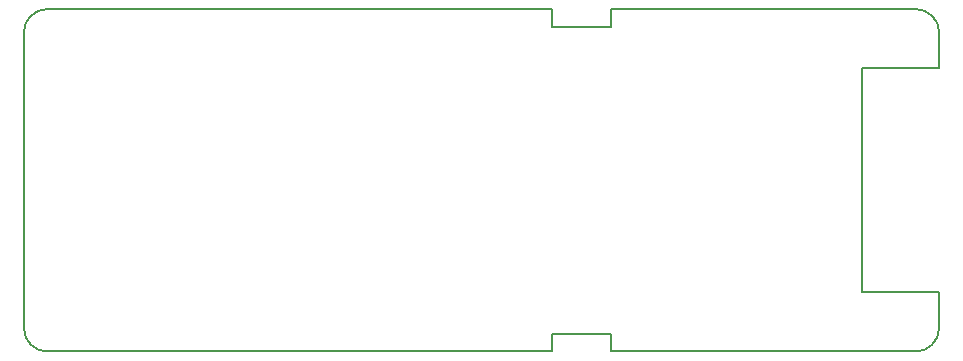
<source format=gm1>
G04 #@! TF.FileFunction,Profile,NP*
%FSLAX46Y46*%
G04 Gerber Fmt 4.6, Leading zero omitted, Abs format (unit mm)*
G04 Created by KiCad (PCBNEW 4.0.5+dfsg1-4) date Sat Sep 16 14:32:47 2017*
%MOMM*%
%LPD*%
G01*
G04 APERTURE LIST*
%ADD10C,0.100000*%
%ADD11C,0.150000*%
G04 APERTURE END LIST*
D10*
D11*
X162500000Y-77000000D02*
X169000000Y-77000000D01*
X162500000Y-96000000D02*
X162500000Y-77000000D01*
X169000000Y-96000000D02*
X162500000Y-96000000D01*
X169000000Y-99000000D02*
X169000000Y-96000000D01*
X91500000Y-99000000D02*
G75*
G03X93500000Y-101000000I2000000J0D01*
G01*
X93500000Y-72000000D02*
G75*
G03X91500000Y-74000000I0J-2000000D01*
G01*
X169000000Y-74000000D02*
G75*
G03X167000000Y-72000000I-2000000J0D01*
G01*
X167000000Y-101000000D02*
G75*
G03X169000000Y-99000000I0J2000000D01*
G01*
X141250000Y-73500000D02*
X136250000Y-73500000D01*
X141250000Y-99500000D02*
X136250000Y-99500000D01*
X141250000Y-101000000D02*
X167000000Y-101000000D01*
X91500000Y-74000000D02*
X91500000Y-99000000D01*
X136250000Y-72000000D02*
X93500000Y-72000000D01*
X136250000Y-73500000D02*
X136250000Y-72000000D01*
X141250000Y-72000000D02*
X141250000Y-73500000D01*
X167000000Y-72000000D02*
X141250000Y-72000000D01*
X169000000Y-77000000D02*
X169000000Y-74000000D01*
X141250000Y-99500000D02*
X141250000Y-101000000D01*
X136250000Y-101000000D02*
X136250000Y-99500000D01*
X93500000Y-101000000D02*
X136250000Y-101000000D01*
M02*

</source>
